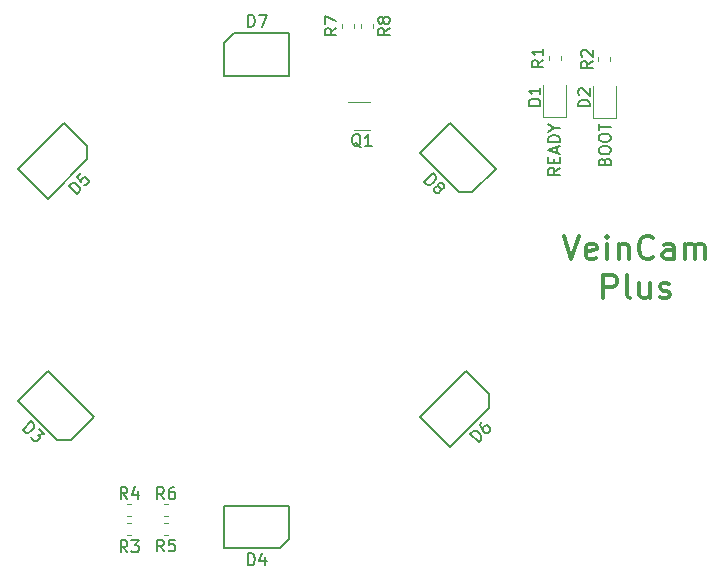
<source format=gto>
G04 #@! TF.GenerationSoftware,KiCad,Pcbnew,(5.0.2)-1*
G04 #@! TF.CreationDate,2019-03-22T12:59:56+11:00*
G04 #@! TF.ProjectId,VeinCamHat,5665696e-4361-46d4-9861-742e6b696361,rev?*
G04 #@! TF.SameCoordinates,Original*
G04 #@! TF.FileFunction,Legend,Top*
G04 #@! TF.FilePolarity,Positive*
%FSLAX46Y46*%
G04 Gerber Fmt 4.6, Leading zero omitted, Abs format (unit mm)*
G04 Created by KiCad (PCBNEW (5.0.2)-1) date 22/03/2019 12:59:56*
%MOMM*%
%LPD*%
G01*
G04 APERTURE LIST*
%ADD10C,0.300000*%
%ADD11C,0.200000*%
%ADD12C,0.150000*%
%ADD13C,0.120000*%
G04 APERTURE END LIST*
D10*
X247957142Y-120354761D02*
X248623809Y-122354761D01*
X249290476Y-120354761D01*
X250719047Y-122259523D02*
X250528571Y-122354761D01*
X250147619Y-122354761D01*
X249957142Y-122259523D01*
X249861904Y-122069047D01*
X249861904Y-121307142D01*
X249957142Y-121116666D01*
X250147619Y-121021428D01*
X250528571Y-121021428D01*
X250719047Y-121116666D01*
X250814285Y-121307142D01*
X250814285Y-121497619D01*
X249861904Y-121688095D01*
X251671428Y-122354761D02*
X251671428Y-121021428D01*
X251671428Y-120354761D02*
X251576190Y-120450000D01*
X251671428Y-120545238D01*
X251766666Y-120450000D01*
X251671428Y-120354761D01*
X251671428Y-120545238D01*
X252623809Y-121021428D02*
X252623809Y-122354761D01*
X252623809Y-121211904D02*
X252719047Y-121116666D01*
X252909523Y-121021428D01*
X253195238Y-121021428D01*
X253385714Y-121116666D01*
X253480952Y-121307142D01*
X253480952Y-122354761D01*
X255576190Y-122164285D02*
X255480952Y-122259523D01*
X255195238Y-122354761D01*
X255004761Y-122354761D01*
X254719047Y-122259523D01*
X254528571Y-122069047D01*
X254433333Y-121878571D01*
X254338095Y-121497619D01*
X254338095Y-121211904D01*
X254433333Y-120830952D01*
X254528571Y-120640476D01*
X254719047Y-120450000D01*
X255004761Y-120354761D01*
X255195238Y-120354761D01*
X255480952Y-120450000D01*
X255576190Y-120545238D01*
X257290476Y-122354761D02*
X257290476Y-121307142D01*
X257195238Y-121116666D01*
X257004761Y-121021428D01*
X256623809Y-121021428D01*
X256433333Y-121116666D01*
X257290476Y-122259523D02*
X257100000Y-122354761D01*
X256623809Y-122354761D01*
X256433333Y-122259523D01*
X256338095Y-122069047D01*
X256338095Y-121878571D01*
X256433333Y-121688095D01*
X256623809Y-121592857D01*
X257100000Y-121592857D01*
X257290476Y-121497619D01*
X258242857Y-122354761D02*
X258242857Y-121021428D01*
X258242857Y-121211904D02*
X258338095Y-121116666D01*
X258528571Y-121021428D01*
X258814285Y-121021428D01*
X259004761Y-121116666D01*
X259100000Y-121307142D01*
X259100000Y-122354761D01*
X259100000Y-121307142D02*
X259195238Y-121116666D01*
X259385714Y-121021428D01*
X259671428Y-121021428D01*
X259861904Y-121116666D01*
X259957142Y-121307142D01*
X259957142Y-122354761D01*
X251338095Y-125654761D02*
X251338095Y-123654761D01*
X252100000Y-123654761D01*
X252290476Y-123750000D01*
X252385714Y-123845238D01*
X252480952Y-124035714D01*
X252480952Y-124321428D01*
X252385714Y-124511904D01*
X252290476Y-124607142D01*
X252100000Y-124702380D01*
X251338095Y-124702380D01*
X253623809Y-125654761D02*
X253433333Y-125559523D01*
X253338095Y-125369047D01*
X253338095Y-123654761D01*
X255242857Y-124321428D02*
X255242857Y-125654761D01*
X254385714Y-124321428D02*
X254385714Y-125369047D01*
X254480952Y-125559523D01*
X254671428Y-125654761D01*
X254957142Y-125654761D01*
X255147619Y-125559523D01*
X255242857Y-125464285D01*
X256100000Y-125559523D02*
X256290476Y-125654761D01*
X256671428Y-125654761D01*
X256861904Y-125559523D01*
X256957142Y-125369047D01*
X256957142Y-125273809D01*
X256861904Y-125083333D01*
X256671428Y-124988095D01*
X256385714Y-124988095D01*
X256195238Y-124892857D01*
X256100000Y-124702380D01*
X256100000Y-124607142D01*
X256195238Y-124416666D01*
X256385714Y-124321428D01*
X256671428Y-124321428D01*
X256861904Y-124416666D01*
D11*
X251428571Y-114057142D02*
X251476190Y-113914285D01*
X251523809Y-113866666D01*
X251619047Y-113819047D01*
X251761904Y-113819047D01*
X251857142Y-113866666D01*
X251904761Y-113914285D01*
X251952380Y-114009523D01*
X251952380Y-114390476D01*
X250952380Y-114390476D01*
X250952380Y-114057142D01*
X251000000Y-113961904D01*
X251047619Y-113914285D01*
X251142857Y-113866666D01*
X251238095Y-113866666D01*
X251333333Y-113914285D01*
X251380952Y-113961904D01*
X251428571Y-114057142D01*
X251428571Y-114390476D01*
X250952380Y-113200000D02*
X250952380Y-113009523D01*
X251000000Y-112914285D01*
X251095238Y-112819047D01*
X251285714Y-112771428D01*
X251619047Y-112771428D01*
X251809523Y-112819047D01*
X251904761Y-112914285D01*
X251952380Y-113009523D01*
X251952380Y-113200000D01*
X251904761Y-113295238D01*
X251809523Y-113390476D01*
X251619047Y-113438095D01*
X251285714Y-113438095D01*
X251095238Y-113390476D01*
X251000000Y-113295238D01*
X250952380Y-113200000D01*
X250952380Y-112152380D02*
X250952380Y-111961904D01*
X251000000Y-111866666D01*
X251095238Y-111771428D01*
X251285714Y-111723809D01*
X251619047Y-111723809D01*
X251809523Y-111771428D01*
X251904761Y-111866666D01*
X251952380Y-111961904D01*
X251952380Y-112152380D01*
X251904761Y-112247619D01*
X251809523Y-112342857D01*
X251619047Y-112390476D01*
X251285714Y-112390476D01*
X251095238Y-112342857D01*
X251000000Y-112247619D01*
X250952380Y-112152380D01*
X250952380Y-111438095D02*
X250952380Y-110866666D01*
X251952380Y-111152380D02*
X250952380Y-111152380D01*
X247652380Y-114600000D02*
X247176190Y-114933333D01*
X247652380Y-115171428D02*
X246652380Y-115171428D01*
X246652380Y-114790476D01*
X246700000Y-114695238D01*
X246747619Y-114647619D01*
X246842857Y-114600000D01*
X246985714Y-114600000D01*
X247080952Y-114647619D01*
X247128571Y-114695238D01*
X247176190Y-114790476D01*
X247176190Y-115171428D01*
X247128571Y-114171428D02*
X247128571Y-113838095D01*
X247652380Y-113695238D02*
X247652380Y-114171428D01*
X246652380Y-114171428D01*
X246652380Y-113695238D01*
X247366666Y-113314285D02*
X247366666Y-112838095D01*
X247652380Y-113409523D02*
X246652380Y-113076190D01*
X247652380Y-112742857D01*
X247652380Y-112409523D02*
X246652380Y-112409523D01*
X246652380Y-112171428D01*
X246700000Y-112028571D01*
X246795238Y-111933333D01*
X246890476Y-111885714D01*
X247080952Y-111838095D01*
X247223809Y-111838095D01*
X247414285Y-111885714D01*
X247509523Y-111933333D01*
X247604761Y-112028571D01*
X247652380Y-112171428D01*
X247652380Y-112409523D01*
X247176190Y-111219047D02*
X247652380Y-111219047D01*
X246652380Y-111552380D02*
X247176190Y-111219047D01*
X246652380Y-110885714D01*
D12*
G04 #@! TO.C,D3*
X206237437Y-137651650D02*
X205106066Y-137651650D01*
X205106066Y-137651650D02*
X201782664Y-134328249D01*
X201782664Y-134328249D02*
X204328249Y-131782664D01*
X204328249Y-131782664D02*
X208217336Y-135671751D01*
X208217336Y-135671751D02*
X206237437Y-137651650D01*
G04 #@! TO.C,D4*
X224750000Y-143200000D02*
X224750000Y-146000000D01*
X219250000Y-143200000D02*
X224750000Y-143200000D01*
X219250000Y-146800000D02*
X219250000Y-143200000D01*
X223950000Y-146800000D02*
X219250000Y-146800000D01*
X224750000Y-146000000D02*
X223950000Y-146800000D01*
G04 #@! TO.C,D5*
X205671751Y-110782664D02*
X207651650Y-112762563D01*
X201782664Y-114671751D02*
X205671751Y-110782664D01*
X204328249Y-117217336D02*
X201782664Y-114671751D01*
X207651650Y-113893934D02*
X204328249Y-117217336D01*
X207651650Y-112762563D02*
X207651650Y-113893934D01*
G04 #@! TO.C,D6*
X241651650Y-133762563D02*
X241651650Y-134893934D01*
X241651650Y-134893934D02*
X238328249Y-138217336D01*
X238328249Y-138217336D02*
X235782664Y-135671751D01*
X235782664Y-135671751D02*
X239671751Y-131782664D01*
X239671751Y-131782664D02*
X241651650Y-133762563D01*
D13*
G04 #@! TO.C,Q1*
X231600000Y-109040000D02*
X229700000Y-109040000D01*
X230200000Y-111360000D02*
X231600000Y-111360000D01*
G04 #@! TO.C,R1*
X246690000Y-105137221D02*
X246690000Y-105462779D01*
X247710000Y-105137221D02*
X247710000Y-105462779D01*
G04 #@! TO.C,R2*
X251910000Y-105237221D02*
X251910000Y-105562779D01*
X250890000Y-105237221D02*
X250890000Y-105562779D01*
G04 #@! TO.C,R3*
X211037221Y-145710000D02*
X211362779Y-145710000D01*
X211037221Y-144690000D02*
X211362779Y-144690000D01*
G04 #@! TO.C,R4*
X211037221Y-143090000D02*
X211362779Y-143090000D01*
X211037221Y-144110000D02*
X211362779Y-144110000D01*
G04 #@! TO.C,R5*
X214462779Y-144690000D02*
X214137221Y-144690000D01*
X214462779Y-145710000D02*
X214137221Y-145710000D01*
G04 #@! TO.C,R6*
X214462779Y-144110000D02*
X214137221Y-144110000D01*
X214462779Y-143090000D02*
X214137221Y-143090000D01*
G04 #@! TO.C,R8*
X231810000Y-102762779D02*
X231810000Y-102437221D01*
X230790000Y-102762779D02*
X230790000Y-102437221D01*
G04 #@! TO.C,D1*
X248160000Y-110285000D02*
X248160000Y-107600000D01*
X246240000Y-110285000D02*
X248160000Y-110285000D01*
X246240000Y-107600000D02*
X246240000Y-110285000D01*
G04 #@! TO.C,D2*
X250440000Y-107662500D02*
X250440000Y-110347500D01*
X250440000Y-110347500D02*
X252360000Y-110347500D01*
X252360000Y-110347500D02*
X252360000Y-107662500D01*
D12*
G04 #@! TO.C,D7*
X219250000Y-104000000D02*
X220050000Y-103200000D01*
X220050000Y-103200000D02*
X224750000Y-103200000D01*
X224750000Y-103200000D02*
X224750000Y-106800000D01*
X224750000Y-106800000D02*
X219250000Y-106800000D01*
X219250000Y-106800000D02*
X219250000Y-104000000D01*
G04 #@! TO.C,D8*
X242217336Y-114671751D02*
X240237437Y-116651650D01*
X238328249Y-110782664D02*
X242217336Y-114671751D01*
X235782664Y-113328249D02*
X238328249Y-110782664D01*
X239106066Y-116651650D02*
X235782664Y-113328249D01*
X240237437Y-116651650D02*
X239106066Y-116651650D01*
D13*
G04 #@! TO.C,R7*
X229190000Y-102762779D02*
X229190000Y-102437221D01*
X230210000Y-102762779D02*
X230210000Y-102437221D01*
G04 #@! TO.C,D3*
D12*
X202178307Y-136777868D02*
X202885413Y-136070761D01*
X203053772Y-136239120D01*
X203121116Y-136373807D01*
X203121116Y-136508494D01*
X203087444Y-136609509D01*
X202986429Y-136777868D01*
X202885413Y-136878883D01*
X202717055Y-136979899D01*
X202616039Y-137013570D01*
X202481352Y-137013570D01*
X202346665Y-136946227D01*
X202178307Y-136777868D01*
X203525177Y-136710524D02*
X203962910Y-137148257D01*
X203457833Y-137181929D01*
X203558849Y-137282944D01*
X203592520Y-137383960D01*
X203592520Y-137451303D01*
X203558849Y-137552318D01*
X203390490Y-137720677D01*
X203289475Y-137754349D01*
X203222131Y-137754349D01*
X203121116Y-137720677D01*
X202919085Y-137518647D01*
X202885413Y-137417631D01*
X202885413Y-137350288D01*
G04 #@! TO.C,D4*
X221261904Y-148252380D02*
X221261904Y-147252380D01*
X221500000Y-147252380D01*
X221642857Y-147300000D01*
X221738095Y-147395238D01*
X221785714Y-147490476D01*
X221833333Y-147680952D01*
X221833333Y-147823809D01*
X221785714Y-148014285D01*
X221738095Y-148109523D01*
X221642857Y-148204761D01*
X221500000Y-148252380D01*
X221261904Y-148252380D01*
X222690476Y-147585714D02*
X222690476Y-148252380D01*
X222452380Y-147204761D02*
X222214285Y-147919047D01*
X222833333Y-147919047D01*
G04 #@! TO.C,D5*
X206777868Y-116821692D02*
X206070761Y-116114586D01*
X206239120Y-115946227D01*
X206373807Y-115878883D01*
X206508494Y-115878883D01*
X206609509Y-115912555D01*
X206777868Y-116013570D01*
X206878883Y-116114586D01*
X206979899Y-116282944D01*
X207013570Y-116383960D01*
X207013570Y-116518647D01*
X206946227Y-116653334D01*
X206777868Y-116821692D01*
X207114586Y-115070761D02*
X206777868Y-115407479D01*
X207080914Y-115777868D01*
X207080914Y-115710524D01*
X207114586Y-115609509D01*
X207282944Y-115441150D01*
X207383960Y-115407479D01*
X207451303Y-115407479D01*
X207552318Y-115441150D01*
X207720677Y-115609509D01*
X207754349Y-115710524D01*
X207754349Y-115777868D01*
X207720677Y-115878883D01*
X207552318Y-116047242D01*
X207451303Y-116080914D01*
X207383960Y-116080914D01*
G04 #@! TO.C,D6*
X240777868Y-137821692D02*
X240070761Y-137114586D01*
X240239120Y-136946227D01*
X240373807Y-136878883D01*
X240508494Y-136878883D01*
X240609509Y-136912555D01*
X240777868Y-137013570D01*
X240878883Y-137114586D01*
X240979899Y-137282944D01*
X241013570Y-137383960D01*
X241013570Y-137518647D01*
X240946227Y-137653334D01*
X240777868Y-137821692D01*
X241080914Y-136104433D02*
X240946227Y-136239120D01*
X240912555Y-136340135D01*
X240912555Y-136407479D01*
X240946227Y-136575837D01*
X241047242Y-136744196D01*
X241316616Y-137013570D01*
X241417631Y-137047242D01*
X241484975Y-137047242D01*
X241585990Y-137013570D01*
X241720677Y-136878883D01*
X241754349Y-136777868D01*
X241754349Y-136710524D01*
X241720677Y-136609509D01*
X241552318Y-136441150D01*
X241451303Y-136407479D01*
X241383960Y-136407479D01*
X241282944Y-136441150D01*
X241148257Y-136575837D01*
X241114586Y-136676853D01*
X241114586Y-136744196D01*
X241148257Y-136845211D01*
G04 #@! TO.C,Q1*
X230804761Y-112847619D02*
X230709523Y-112800000D01*
X230614285Y-112704761D01*
X230471428Y-112561904D01*
X230376190Y-112514285D01*
X230280952Y-112514285D01*
X230328571Y-112752380D02*
X230233333Y-112704761D01*
X230138095Y-112609523D01*
X230090476Y-112419047D01*
X230090476Y-112085714D01*
X230138095Y-111895238D01*
X230233333Y-111800000D01*
X230328571Y-111752380D01*
X230519047Y-111752380D01*
X230614285Y-111800000D01*
X230709523Y-111895238D01*
X230757142Y-112085714D01*
X230757142Y-112419047D01*
X230709523Y-112609523D01*
X230614285Y-112704761D01*
X230519047Y-112752380D01*
X230328571Y-112752380D01*
X231709523Y-112752380D02*
X231138095Y-112752380D01*
X231423809Y-112752380D02*
X231423809Y-111752380D01*
X231328571Y-111895238D01*
X231233333Y-111990476D01*
X231138095Y-112038095D01*
G04 #@! TO.C,R1*
X246252380Y-105466666D02*
X245776190Y-105800000D01*
X246252380Y-106038095D02*
X245252380Y-106038095D01*
X245252380Y-105657142D01*
X245300000Y-105561904D01*
X245347619Y-105514285D01*
X245442857Y-105466666D01*
X245585714Y-105466666D01*
X245680952Y-105514285D01*
X245728571Y-105561904D01*
X245776190Y-105657142D01*
X245776190Y-106038095D01*
X246252380Y-104514285D02*
X246252380Y-105085714D01*
X246252380Y-104800000D02*
X245252380Y-104800000D01*
X245395238Y-104895238D01*
X245490476Y-104990476D01*
X245538095Y-105085714D01*
G04 #@! TO.C,R2*
X250452380Y-105566666D02*
X249976190Y-105900000D01*
X250452380Y-106138095D02*
X249452380Y-106138095D01*
X249452380Y-105757142D01*
X249500000Y-105661904D01*
X249547619Y-105614285D01*
X249642857Y-105566666D01*
X249785714Y-105566666D01*
X249880952Y-105614285D01*
X249928571Y-105661904D01*
X249976190Y-105757142D01*
X249976190Y-106138095D01*
X249547619Y-105185714D02*
X249500000Y-105138095D01*
X249452380Y-105042857D01*
X249452380Y-104804761D01*
X249500000Y-104709523D01*
X249547619Y-104661904D01*
X249642857Y-104614285D01*
X249738095Y-104614285D01*
X249880952Y-104661904D01*
X250452380Y-105233333D01*
X250452380Y-104614285D01*
G04 #@! TO.C,R3*
X211033333Y-147152380D02*
X210700000Y-146676190D01*
X210461904Y-147152380D02*
X210461904Y-146152380D01*
X210842857Y-146152380D01*
X210938095Y-146200000D01*
X210985714Y-146247619D01*
X211033333Y-146342857D01*
X211033333Y-146485714D01*
X210985714Y-146580952D01*
X210938095Y-146628571D01*
X210842857Y-146676190D01*
X210461904Y-146676190D01*
X211366666Y-146152380D02*
X211985714Y-146152380D01*
X211652380Y-146533333D01*
X211795238Y-146533333D01*
X211890476Y-146580952D01*
X211938095Y-146628571D01*
X211985714Y-146723809D01*
X211985714Y-146961904D01*
X211938095Y-147057142D01*
X211890476Y-147104761D01*
X211795238Y-147152380D01*
X211509523Y-147152380D01*
X211414285Y-147104761D01*
X211366666Y-147057142D01*
G04 #@! TO.C,R4*
X211033333Y-142622380D02*
X210700000Y-142146190D01*
X210461904Y-142622380D02*
X210461904Y-141622380D01*
X210842857Y-141622380D01*
X210938095Y-141670000D01*
X210985714Y-141717619D01*
X211033333Y-141812857D01*
X211033333Y-141955714D01*
X210985714Y-142050952D01*
X210938095Y-142098571D01*
X210842857Y-142146190D01*
X210461904Y-142146190D01*
X211890476Y-141955714D02*
X211890476Y-142622380D01*
X211652380Y-141574761D02*
X211414285Y-142289047D01*
X212033333Y-142289047D01*
G04 #@! TO.C,R5*
X214133333Y-147082380D02*
X213800000Y-146606190D01*
X213561904Y-147082380D02*
X213561904Y-146082380D01*
X213942857Y-146082380D01*
X214038095Y-146130000D01*
X214085714Y-146177619D01*
X214133333Y-146272857D01*
X214133333Y-146415714D01*
X214085714Y-146510952D01*
X214038095Y-146558571D01*
X213942857Y-146606190D01*
X213561904Y-146606190D01*
X215038095Y-146082380D02*
X214561904Y-146082380D01*
X214514285Y-146558571D01*
X214561904Y-146510952D01*
X214657142Y-146463333D01*
X214895238Y-146463333D01*
X214990476Y-146510952D01*
X215038095Y-146558571D01*
X215085714Y-146653809D01*
X215085714Y-146891904D01*
X215038095Y-146987142D01*
X214990476Y-147034761D01*
X214895238Y-147082380D01*
X214657142Y-147082380D01*
X214561904Y-147034761D01*
X214514285Y-146987142D01*
G04 #@! TO.C,R6*
X214133333Y-142652380D02*
X213800000Y-142176190D01*
X213561904Y-142652380D02*
X213561904Y-141652380D01*
X213942857Y-141652380D01*
X214038095Y-141700000D01*
X214085714Y-141747619D01*
X214133333Y-141842857D01*
X214133333Y-141985714D01*
X214085714Y-142080952D01*
X214038095Y-142128571D01*
X213942857Y-142176190D01*
X213561904Y-142176190D01*
X214990476Y-141652380D02*
X214800000Y-141652380D01*
X214704761Y-141700000D01*
X214657142Y-141747619D01*
X214561904Y-141890476D01*
X214514285Y-142080952D01*
X214514285Y-142461904D01*
X214561904Y-142557142D01*
X214609523Y-142604761D01*
X214704761Y-142652380D01*
X214895238Y-142652380D01*
X214990476Y-142604761D01*
X215038095Y-142557142D01*
X215085714Y-142461904D01*
X215085714Y-142223809D01*
X215038095Y-142128571D01*
X214990476Y-142080952D01*
X214895238Y-142033333D01*
X214704761Y-142033333D01*
X214609523Y-142080952D01*
X214561904Y-142128571D01*
X214514285Y-142223809D01*
G04 #@! TO.C,R8*
X233252380Y-102766666D02*
X232776190Y-103100000D01*
X233252380Y-103338095D02*
X232252380Y-103338095D01*
X232252380Y-102957142D01*
X232300000Y-102861904D01*
X232347619Y-102814285D01*
X232442857Y-102766666D01*
X232585714Y-102766666D01*
X232680952Y-102814285D01*
X232728571Y-102861904D01*
X232776190Y-102957142D01*
X232776190Y-103338095D01*
X232680952Y-102195238D02*
X232633333Y-102290476D01*
X232585714Y-102338095D01*
X232490476Y-102385714D01*
X232442857Y-102385714D01*
X232347619Y-102338095D01*
X232300000Y-102290476D01*
X232252380Y-102195238D01*
X232252380Y-102004761D01*
X232300000Y-101909523D01*
X232347619Y-101861904D01*
X232442857Y-101814285D01*
X232490476Y-101814285D01*
X232585714Y-101861904D01*
X232633333Y-101909523D01*
X232680952Y-102004761D01*
X232680952Y-102195238D01*
X232728571Y-102290476D01*
X232776190Y-102338095D01*
X232871428Y-102385714D01*
X233061904Y-102385714D01*
X233157142Y-102338095D01*
X233204761Y-102290476D01*
X233252380Y-102195238D01*
X233252380Y-102004761D01*
X233204761Y-101909523D01*
X233157142Y-101861904D01*
X233061904Y-101814285D01*
X232871428Y-101814285D01*
X232776190Y-101861904D01*
X232728571Y-101909523D01*
X232680952Y-102004761D01*
G04 #@! TO.C,D1*
X246002380Y-109338095D02*
X245002380Y-109338095D01*
X245002380Y-109100000D01*
X245050000Y-108957142D01*
X245145238Y-108861904D01*
X245240476Y-108814285D01*
X245430952Y-108766666D01*
X245573809Y-108766666D01*
X245764285Y-108814285D01*
X245859523Y-108861904D01*
X245954761Y-108957142D01*
X246002380Y-109100000D01*
X246002380Y-109338095D01*
X246002380Y-107814285D02*
X246002380Y-108385714D01*
X246002380Y-108100000D02*
X245002380Y-108100000D01*
X245145238Y-108195238D01*
X245240476Y-108290476D01*
X245288095Y-108385714D01*
G04 #@! TO.C,D2*
X250202380Y-109400595D02*
X249202380Y-109400595D01*
X249202380Y-109162500D01*
X249250000Y-109019642D01*
X249345238Y-108924404D01*
X249440476Y-108876785D01*
X249630952Y-108829166D01*
X249773809Y-108829166D01*
X249964285Y-108876785D01*
X250059523Y-108924404D01*
X250154761Y-109019642D01*
X250202380Y-109162500D01*
X250202380Y-109400595D01*
X249297619Y-108448214D02*
X249250000Y-108400595D01*
X249202380Y-108305357D01*
X249202380Y-108067261D01*
X249250000Y-107972023D01*
X249297619Y-107924404D01*
X249392857Y-107876785D01*
X249488095Y-107876785D01*
X249630952Y-107924404D01*
X250202380Y-108495833D01*
X250202380Y-107876785D01*
G04 #@! TO.C,D7*
X221261904Y-102652380D02*
X221261904Y-101652380D01*
X221500000Y-101652380D01*
X221642857Y-101700000D01*
X221738095Y-101795238D01*
X221785714Y-101890476D01*
X221833333Y-102080952D01*
X221833333Y-102223809D01*
X221785714Y-102414285D01*
X221738095Y-102509523D01*
X221642857Y-102604761D01*
X221500000Y-102652380D01*
X221261904Y-102652380D01*
X222166666Y-101652380D02*
X222833333Y-101652380D01*
X222404761Y-102652380D01*
G04 #@! TO.C,D8*
X236178307Y-115777868D02*
X236885413Y-115070761D01*
X237053772Y-115239120D01*
X237121116Y-115373807D01*
X237121116Y-115508494D01*
X237087444Y-115609509D01*
X236986429Y-115777868D01*
X236885413Y-115878883D01*
X236717055Y-115979899D01*
X236616039Y-116013570D01*
X236481352Y-116013570D01*
X236346665Y-115946227D01*
X236178307Y-115777868D01*
X237390490Y-116181929D02*
X237356818Y-116080914D01*
X237356818Y-116013570D01*
X237390490Y-115912555D01*
X237424162Y-115878883D01*
X237525177Y-115845211D01*
X237592520Y-115845211D01*
X237693536Y-115878883D01*
X237828223Y-116013570D01*
X237861894Y-116114586D01*
X237861894Y-116181929D01*
X237828223Y-116282944D01*
X237794551Y-116316616D01*
X237693536Y-116350288D01*
X237626192Y-116350288D01*
X237525177Y-116316616D01*
X237390490Y-116181929D01*
X237289475Y-116148257D01*
X237222131Y-116148257D01*
X237121116Y-116181929D01*
X236986429Y-116316616D01*
X236952757Y-116417631D01*
X236952757Y-116484975D01*
X236986429Y-116585990D01*
X237121116Y-116720677D01*
X237222131Y-116754349D01*
X237289475Y-116754349D01*
X237390490Y-116720677D01*
X237525177Y-116585990D01*
X237558849Y-116484975D01*
X237558849Y-116417631D01*
X237525177Y-116316616D01*
G04 #@! TO.C,R7*
X228722380Y-102766666D02*
X228246190Y-103100000D01*
X228722380Y-103338095D02*
X227722380Y-103338095D01*
X227722380Y-102957142D01*
X227770000Y-102861904D01*
X227817619Y-102814285D01*
X227912857Y-102766666D01*
X228055714Y-102766666D01*
X228150952Y-102814285D01*
X228198571Y-102861904D01*
X228246190Y-102957142D01*
X228246190Y-103338095D01*
X227722380Y-102433333D02*
X227722380Y-101766666D01*
X228722380Y-102195238D01*
G04 #@! TD*
M02*

</source>
